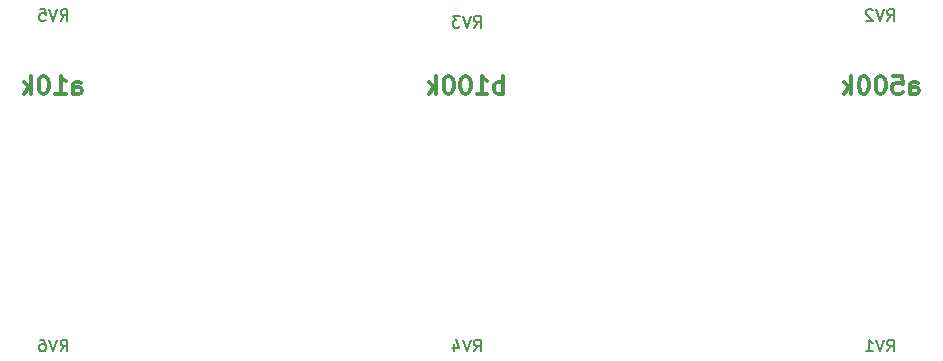
<source format=gbr>
%TF.GenerationSoftware,KiCad,Pcbnew,(5.1.9-0-10_14)*%
%TF.CreationDate,2021-06-12T10:18:14-06:00*%
%TF.ProjectId,template,74656d70-6c61-4746-952e-6b696361645f,rev?*%
%TF.SameCoordinates,Original*%
%TF.FileFunction,Legend,Bot*%
%TF.FilePolarity,Positive*%
%FSLAX46Y46*%
G04 Gerber Fmt 4.6, Leading zero omitted, Abs format (unit mm)*
G04 Created by KiCad (PCBNEW (5.1.9-0-10_14)) date 2021-06-12 10:18:14*
%MOMM*%
%LPD*%
G01*
G04 APERTURE LIST*
%ADD10C,0.300000*%
%ADD11C,0.150000*%
G04 APERTURE END LIST*
D10*
X99164285Y-83628571D02*
X99164285Y-82842857D01*
X99235714Y-82700000D01*
X99378571Y-82628571D01*
X99664285Y-82628571D01*
X99807142Y-82700000D01*
X99164285Y-83557142D02*
X99307142Y-83628571D01*
X99664285Y-83628571D01*
X99807142Y-83557142D01*
X99878571Y-83414285D01*
X99878571Y-83271428D01*
X99807142Y-83128571D01*
X99664285Y-83057142D01*
X99307142Y-83057142D01*
X99164285Y-82985714D01*
X97664285Y-83628571D02*
X98521428Y-83628571D01*
X98092857Y-83628571D02*
X98092857Y-82128571D01*
X98235714Y-82342857D01*
X98378571Y-82485714D01*
X98521428Y-82557142D01*
X96735714Y-82128571D02*
X96592857Y-82128571D01*
X96450000Y-82200000D01*
X96378571Y-82271428D01*
X96307142Y-82414285D01*
X96235714Y-82700000D01*
X96235714Y-83057142D01*
X96307142Y-83342857D01*
X96378571Y-83485714D01*
X96450000Y-83557142D01*
X96592857Y-83628571D01*
X96735714Y-83628571D01*
X96878571Y-83557142D01*
X96950000Y-83485714D01*
X97021428Y-83342857D01*
X97092857Y-83057142D01*
X97092857Y-82700000D01*
X97021428Y-82414285D01*
X96950000Y-82271428D01*
X96878571Y-82200000D01*
X96735714Y-82128571D01*
X95592857Y-83628571D02*
X95592857Y-82128571D01*
X95450000Y-83057142D02*
X95021428Y-83628571D01*
X95021428Y-82628571D02*
X95592857Y-83200000D01*
X135521428Y-83628571D02*
X135521428Y-82128571D01*
X135521428Y-82700000D02*
X135378571Y-82628571D01*
X135092857Y-82628571D01*
X134950000Y-82700000D01*
X134878571Y-82771428D01*
X134807142Y-82914285D01*
X134807142Y-83342857D01*
X134878571Y-83485714D01*
X134950000Y-83557142D01*
X135092857Y-83628571D01*
X135378571Y-83628571D01*
X135521428Y-83557142D01*
X133378571Y-83628571D02*
X134235714Y-83628571D01*
X133807142Y-83628571D02*
X133807142Y-82128571D01*
X133950000Y-82342857D01*
X134092857Y-82485714D01*
X134235714Y-82557142D01*
X132450000Y-82128571D02*
X132307142Y-82128571D01*
X132164285Y-82200000D01*
X132092857Y-82271428D01*
X132021428Y-82414285D01*
X131950000Y-82700000D01*
X131950000Y-83057142D01*
X132021428Y-83342857D01*
X132092857Y-83485714D01*
X132164285Y-83557142D01*
X132307142Y-83628571D01*
X132450000Y-83628571D01*
X132592857Y-83557142D01*
X132664285Y-83485714D01*
X132735714Y-83342857D01*
X132807142Y-83057142D01*
X132807142Y-82700000D01*
X132735714Y-82414285D01*
X132664285Y-82271428D01*
X132592857Y-82200000D01*
X132450000Y-82128571D01*
X131021428Y-82128571D02*
X130878571Y-82128571D01*
X130735714Y-82200000D01*
X130664285Y-82271428D01*
X130592857Y-82414285D01*
X130521428Y-82700000D01*
X130521428Y-83057142D01*
X130592857Y-83342857D01*
X130664285Y-83485714D01*
X130735714Y-83557142D01*
X130878571Y-83628571D01*
X131021428Y-83628571D01*
X131164285Y-83557142D01*
X131235714Y-83485714D01*
X131307142Y-83342857D01*
X131378571Y-83057142D01*
X131378571Y-82700000D01*
X131307142Y-82414285D01*
X131235714Y-82271428D01*
X131164285Y-82200000D01*
X131021428Y-82128571D01*
X129878571Y-83628571D02*
X129878571Y-82128571D01*
X129735714Y-83057142D02*
X129307142Y-83628571D01*
X129307142Y-82628571D02*
X129878571Y-83200000D01*
X170028571Y-83628571D02*
X170028571Y-82842857D01*
X170100000Y-82700000D01*
X170242857Y-82628571D01*
X170528571Y-82628571D01*
X170671428Y-82700000D01*
X170028571Y-83557142D02*
X170171428Y-83628571D01*
X170528571Y-83628571D01*
X170671428Y-83557142D01*
X170742857Y-83414285D01*
X170742857Y-83271428D01*
X170671428Y-83128571D01*
X170528571Y-83057142D01*
X170171428Y-83057142D01*
X170028571Y-82985714D01*
X168600000Y-82128571D02*
X169314285Y-82128571D01*
X169385714Y-82842857D01*
X169314285Y-82771428D01*
X169171428Y-82700000D01*
X168814285Y-82700000D01*
X168671428Y-82771428D01*
X168600000Y-82842857D01*
X168528571Y-82985714D01*
X168528571Y-83342857D01*
X168600000Y-83485714D01*
X168671428Y-83557142D01*
X168814285Y-83628571D01*
X169171428Y-83628571D01*
X169314285Y-83557142D01*
X169385714Y-83485714D01*
X167600000Y-82128571D02*
X167457142Y-82128571D01*
X167314285Y-82200000D01*
X167242857Y-82271428D01*
X167171428Y-82414285D01*
X167100000Y-82700000D01*
X167100000Y-83057142D01*
X167171428Y-83342857D01*
X167242857Y-83485714D01*
X167314285Y-83557142D01*
X167457142Y-83628571D01*
X167600000Y-83628571D01*
X167742857Y-83557142D01*
X167814285Y-83485714D01*
X167885714Y-83342857D01*
X167957142Y-83057142D01*
X167957142Y-82700000D01*
X167885714Y-82414285D01*
X167814285Y-82271428D01*
X167742857Y-82200000D01*
X167600000Y-82128571D01*
X166171428Y-82128571D02*
X166028571Y-82128571D01*
X165885714Y-82200000D01*
X165814285Y-82271428D01*
X165742857Y-82414285D01*
X165671428Y-82700000D01*
X165671428Y-83057142D01*
X165742857Y-83342857D01*
X165814285Y-83485714D01*
X165885714Y-83557142D01*
X166028571Y-83628571D01*
X166171428Y-83628571D01*
X166314285Y-83557142D01*
X166385714Y-83485714D01*
X166457142Y-83342857D01*
X166528571Y-83057142D01*
X166528571Y-82700000D01*
X166457142Y-82414285D01*
X166385714Y-82271428D01*
X166314285Y-82200000D01*
X166171428Y-82128571D01*
X165028571Y-83628571D02*
X165028571Y-82128571D01*
X164885714Y-83057142D02*
X164457142Y-83628571D01*
X164457142Y-82628571D02*
X165028571Y-83200000D01*
%TO.C,RV6*%
D11*
X98095238Y-105452380D02*
X98428571Y-104976190D01*
X98666666Y-105452380D02*
X98666666Y-104452380D01*
X98285714Y-104452380D01*
X98190476Y-104500000D01*
X98142857Y-104547619D01*
X98095238Y-104642857D01*
X98095238Y-104785714D01*
X98142857Y-104880952D01*
X98190476Y-104928571D01*
X98285714Y-104976190D01*
X98666666Y-104976190D01*
X97809523Y-104452380D02*
X97476190Y-105452380D01*
X97142857Y-104452380D01*
X96380952Y-104452380D02*
X96571428Y-104452380D01*
X96666666Y-104500000D01*
X96714285Y-104547619D01*
X96809523Y-104690476D01*
X96857142Y-104880952D01*
X96857142Y-105261904D01*
X96809523Y-105357142D01*
X96761904Y-105404761D01*
X96666666Y-105452380D01*
X96476190Y-105452380D01*
X96380952Y-105404761D01*
X96333333Y-105357142D01*
X96285714Y-105261904D01*
X96285714Y-105023809D01*
X96333333Y-104928571D01*
X96380952Y-104880952D01*
X96476190Y-104833333D01*
X96666666Y-104833333D01*
X96761904Y-104880952D01*
X96809523Y-104928571D01*
X96857142Y-105023809D01*
%TO.C,RV4*%
X133095238Y-105452380D02*
X133428571Y-104976190D01*
X133666666Y-105452380D02*
X133666666Y-104452380D01*
X133285714Y-104452380D01*
X133190476Y-104500000D01*
X133142857Y-104547619D01*
X133095238Y-104642857D01*
X133095238Y-104785714D01*
X133142857Y-104880952D01*
X133190476Y-104928571D01*
X133285714Y-104976190D01*
X133666666Y-104976190D01*
X132809523Y-104452380D02*
X132476190Y-105452380D01*
X132142857Y-104452380D01*
X131380952Y-104785714D02*
X131380952Y-105452380D01*
X131619047Y-104404761D02*
X131857142Y-105119047D01*
X131238095Y-105119047D01*
%TO.C,RV3*%
X133095238Y-78027380D02*
X133428571Y-77551190D01*
X133666666Y-78027380D02*
X133666666Y-77027380D01*
X133285714Y-77027380D01*
X133190476Y-77075000D01*
X133142857Y-77122619D01*
X133095238Y-77217857D01*
X133095238Y-77360714D01*
X133142857Y-77455952D01*
X133190476Y-77503571D01*
X133285714Y-77551190D01*
X133666666Y-77551190D01*
X132809523Y-77027380D02*
X132476190Y-78027380D01*
X132142857Y-77027380D01*
X131904761Y-77027380D02*
X131285714Y-77027380D01*
X131619047Y-77408333D01*
X131476190Y-77408333D01*
X131380952Y-77455952D01*
X131333333Y-77503571D01*
X131285714Y-77598809D01*
X131285714Y-77836904D01*
X131333333Y-77932142D01*
X131380952Y-77979761D01*
X131476190Y-78027380D01*
X131761904Y-78027380D01*
X131857142Y-77979761D01*
X131904761Y-77932142D01*
%TO.C,RV1*%
X168095238Y-105452380D02*
X168428571Y-104976190D01*
X168666666Y-105452380D02*
X168666666Y-104452380D01*
X168285714Y-104452380D01*
X168190476Y-104500000D01*
X168142857Y-104547619D01*
X168095238Y-104642857D01*
X168095238Y-104785714D01*
X168142857Y-104880952D01*
X168190476Y-104928571D01*
X168285714Y-104976190D01*
X168666666Y-104976190D01*
X167809523Y-104452380D02*
X167476190Y-105452380D01*
X167142857Y-104452380D01*
X166285714Y-105452380D02*
X166857142Y-105452380D01*
X166571428Y-105452380D02*
X166571428Y-104452380D01*
X166666666Y-104595238D01*
X166761904Y-104690476D01*
X166857142Y-104738095D01*
%TO.C,RV5*%
X98095238Y-77452380D02*
X98428571Y-76976190D01*
X98666666Y-77452380D02*
X98666666Y-76452380D01*
X98285714Y-76452380D01*
X98190476Y-76500000D01*
X98142857Y-76547619D01*
X98095238Y-76642857D01*
X98095238Y-76785714D01*
X98142857Y-76880952D01*
X98190476Y-76928571D01*
X98285714Y-76976190D01*
X98666666Y-76976190D01*
X97809523Y-76452380D02*
X97476190Y-77452380D01*
X97142857Y-76452380D01*
X96333333Y-76452380D02*
X96809523Y-76452380D01*
X96857142Y-76928571D01*
X96809523Y-76880952D01*
X96714285Y-76833333D01*
X96476190Y-76833333D01*
X96380952Y-76880952D01*
X96333333Y-76928571D01*
X96285714Y-77023809D01*
X96285714Y-77261904D01*
X96333333Y-77357142D01*
X96380952Y-77404761D01*
X96476190Y-77452380D01*
X96714285Y-77452380D01*
X96809523Y-77404761D01*
X96857142Y-77357142D01*
%TO.C,RV2*%
X168095238Y-77452380D02*
X168428571Y-76976190D01*
X168666666Y-77452380D02*
X168666666Y-76452380D01*
X168285714Y-76452380D01*
X168190476Y-76500000D01*
X168142857Y-76547619D01*
X168095238Y-76642857D01*
X168095238Y-76785714D01*
X168142857Y-76880952D01*
X168190476Y-76928571D01*
X168285714Y-76976190D01*
X168666666Y-76976190D01*
X167809523Y-76452380D02*
X167476190Y-77452380D01*
X167142857Y-76452380D01*
X166857142Y-76547619D02*
X166809523Y-76500000D01*
X166714285Y-76452380D01*
X166476190Y-76452380D01*
X166380952Y-76500000D01*
X166333333Y-76547619D01*
X166285714Y-76642857D01*
X166285714Y-76738095D01*
X166333333Y-76880952D01*
X166904761Y-77452380D01*
X166285714Y-77452380D01*
%TD*%
M02*

</source>
